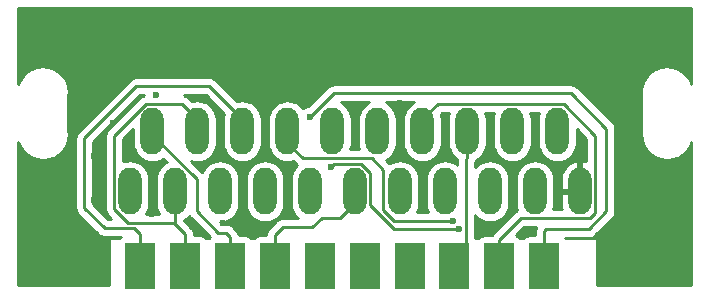
<source format=gtl>
G04 #@! TF.GenerationSoftware,KiCad,Pcbnew,(5.1.0)-1*
G04 #@! TF.CreationDate,2019-08-09T15:15:48-04:00*
G04 #@! TF.ProjectId,EUROSCART_2_JP21,4555524f-5343-4415-9254-5f325f4a5032,rev?*
G04 #@! TF.SameCoordinates,Original*
G04 #@! TF.FileFunction,Copper,L1,Top*
G04 #@! TF.FilePolarity,Positive*
%FSLAX46Y46*%
G04 Gerber Fmt 4.6, Leading zero omitted, Abs format (unit mm)*
G04 Created by KiCad (PCBNEW (5.1.0)-1) date 2019-08-09 15:15:48*
%MOMM*%
%LPD*%
G04 APERTURE LIST*
%ADD10R,2.500000X4.000000*%
%ADD11O,1.981200X3.962400*%
%ADD12C,0.600000*%
%ADD13C,0.250000*%
%ADD14C,0.254000*%
G04 APERTURE END LIST*
D10*
X115625000Y-91840501D03*
X119425000Y-91840501D03*
X123225000Y-91840501D03*
X127025000Y-91840501D03*
X130825000Y-91840501D03*
X134625000Y-91840501D03*
X138425000Y-91840501D03*
X142225000Y-91840501D03*
X146025000Y-91840501D03*
X149825000Y-91840501D03*
D11*
X114750000Y-85480000D03*
X116655000Y-80400000D03*
X118560000Y-85480000D03*
X120465000Y-80400000D03*
X122370000Y-85480000D03*
X124275000Y-80400000D03*
X126180000Y-85480000D03*
X128085000Y-80400000D03*
X129990000Y-85480000D03*
X131895000Y-80400000D03*
X133800000Y-85480000D03*
X135705000Y-80400000D03*
X137610000Y-85480000D03*
X139515000Y-80400000D03*
X141420000Y-85480000D03*
X143325000Y-80400000D03*
X145230000Y-85480000D03*
X147135000Y-80400000D03*
X149040000Y-85480000D03*
X150945000Y-80400000D03*
X152850000Y-85480000D03*
D12*
X142100000Y-88000000D03*
X142575000Y-88643721D03*
X131800000Y-83400000D03*
X130000000Y-79200000D03*
X160000000Y-70400000D03*
X157500000Y-70400000D03*
X155000000Y-70400000D03*
X152500000Y-70400000D03*
X150000000Y-70400000D03*
X147500000Y-70400000D03*
X145000000Y-70400000D03*
X142500000Y-70400000D03*
X140000000Y-70400000D03*
X137500000Y-70400000D03*
X135000000Y-70400000D03*
X132500000Y-70400000D03*
X130000000Y-70400000D03*
X127500000Y-70400000D03*
X125000000Y-70400000D03*
X122500000Y-70400000D03*
X120000000Y-70400000D03*
X117500000Y-70400000D03*
X115000000Y-70400000D03*
X112500000Y-70400000D03*
X110000000Y-70400000D03*
X107500000Y-70400000D03*
X155000000Y-92500000D03*
X160000000Y-72500000D03*
X107500000Y-72500000D03*
X107500000Y-92500000D03*
X110000000Y-92500000D03*
X111700000Y-86200000D03*
X111700000Y-82500000D03*
X113300000Y-79700000D03*
X117000000Y-77300000D03*
X126200000Y-76700000D03*
X130500000Y-77300000D03*
X124200000Y-88700000D03*
X122600000Y-88200000D03*
X120300000Y-88600000D03*
X116600000Y-87400000D03*
X116600000Y-84200000D03*
X137600000Y-78000000D03*
X133800000Y-79500000D03*
X148400000Y-88800000D03*
X139500000Y-85400000D03*
X147100000Y-85400000D03*
X106800000Y-84900000D03*
X106900000Y-87600000D03*
X106500000Y-90000000D03*
X156600000Y-92600000D03*
X160300000Y-89900000D03*
X160600000Y-87600000D03*
X160600000Y-84900000D03*
X161100000Y-92499998D03*
D13*
X143325000Y-82631200D02*
X143325000Y-80400000D01*
X143200000Y-82756200D02*
X143325000Y-82631200D01*
X143200000Y-90115501D02*
X143200000Y-82756200D01*
X142225000Y-91840501D02*
X142225000Y-91090501D01*
X142225000Y-91090501D02*
X143200000Y-90115501D01*
X129400610Y-82706210D02*
X135206210Y-82706210D01*
X136200000Y-87100000D02*
X137100000Y-88000000D01*
X128085000Y-81390600D02*
X129400610Y-82706210D01*
X137100000Y-88000000D02*
X141675736Y-88000000D01*
X141675736Y-88000000D02*
X142100000Y-88000000D01*
X136200000Y-83700000D02*
X136200000Y-87100000D01*
X135206210Y-82706210D02*
X136200000Y-83700000D01*
X128085000Y-80400000D02*
X128085000Y-81390600D01*
X139515000Y-79409400D02*
X139515000Y-80400000D01*
X140830610Y-78093790D02*
X139515000Y-79409400D01*
X151489943Y-78093790D02*
X140830610Y-78093790D01*
X154165610Y-80769457D02*
X151489943Y-78093790D01*
X154165610Y-87334390D02*
X154165610Y-80769457D01*
X147829291Y-87786210D02*
X153713790Y-87786210D01*
X146025000Y-89590501D02*
X147829291Y-87786210D01*
X153713790Y-87786210D02*
X154165610Y-87334390D01*
X146025000Y-91840501D02*
X146025000Y-89590501D01*
X132026210Y-83173790D02*
X131800000Y-83400000D01*
X134344943Y-83173790D02*
X132026210Y-83173790D01*
X135115610Y-83944457D02*
X134344943Y-83173790D01*
X135115610Y-86652020D02*
X135115610Y-83944457D01*
X142575000Y-88643721D02*
X137107311Y-88643721D01*
X137107311Y-88643721D02*
X135115610Y-86652020D01*
X149825000Y-88875000D02*
X149825000Y-91840501D01*
X152100000Y-77200000D02*
X155100000Y-80200000D01*
X133000000Y-77200000D02*
X152100000Y-77200000D01*
X155100000Y-80200000D02*
X155100000Y-87200000D01*
X155100000Y-87200000D02*
X153600000Y-88700000D01*
X153600000Y-88700000D02*
X150000000Y-88700000D01*
X150000000Y-88700000D02*
X149825000Y-88875000D01*
X133000000Y-77200000D02*
X132000000Y-77200000D01*
X132000000Y-77200000D02*
X130000000Y-79200000D01*
X124275000Y-79409400D02*
X121465600Y-76600000D01*
X124275000Y-80400000D02*
X124275000Y-79409400D01*
X121465600Y-76600000D02*
X115300000Y-76600000D01*
X115300000Y-76600000D02*
X110900000Y-81000000D01*
X110900000Y-81000000D02*
X110900000Y-86900000D01*
X110900000Y-86900000D02*
X112600000Y-88600000D01*
X112600000Y-88600000D02*
X115100000Y-88600000D01*
X115625000Y-89125000D02*
X115625000Y-91840501D01*
X115100000Y-88600000D02*
X115625000Y-89125000D01*
X114568837Y-88149990D02*
X118449990Y-88149990D01*
X120465000Y-79409400D02*
X119149390Y-78093790D01*
X120465000Y-80400000D02*
X120465000Y-79409400D01*
X119149390Y-78093790D02*
X116110057Y-78093790D01*
X116110057Y-78093790D02*
X113434390Y-80769457D01*
X113434390Y-80769457D02*
X113434390Y-87015543D01*
X113434390Y-87015543D02*
X114568837Y-88149990D01*
X119425000Y-89125000D02*
X119425000Y-91840501D01*
X118449990Y-88149990D02*
X119425000Y-89125000D01*
X118560000Y-85480000D02*
X118560000Y-86470600D01*
X118560000Y-88039980D02*
X118560000Y-85480000D01*
X118449990Y-88149990D02*
X118560000Y-88039980D01*
X123225000Y-89325000D02*
X123225000Y-91840501D01*
X116655000Y-80723847D02*
X120400000Y-84468847D01*
X116655000Y-80400000D02*
X116655000Y-80723847D01*
X120400000Y-84468847D02*
X120400000Y-87200000D01*
X120400000Y-87200000D02*
X122200000Y-89000000D01*
X122200000Y-89000000D02*
X122900000Y-89000000D01*
X122900000Y-89000000D02*
X123225000Y-89325000D01*
X133800000Y-86470600D02*
X133800000Y-85480000D01*
X132559400Y-87711200D02*
X133800000Y-86470600D01*
X130988800Y-87711200D02*
X132559400Y-87711200D01*
X127700000Y-88500000D02*
X130200000Y-88500000D01*
X130200000Y-88500000D02*
X130988800Y-87711200D01*
X127025000Y-89175000D02*
X127025000Y-91840501D01*
X127700000Y-88500000D02*
X127025000Y-89175000D01*
D14*
G36*
X162290001Y-76437191D02*
G01*
X162245868Y-76298068D01*
X162222290Y-76243058D01*
X162199508Y-76187783D01*
X162195125Y-76179677D01*
X162051836Y-75919034D01*
X162018048Y-75869687D01*
X161984936Y-75819850D01*
X161979062Y-75812749D01*
X161787876Y-75584904D01*
X161745146Y-75543060D01*
X161702987Y-75500605D01*
X161695846Y-75494781D01*
X161464045Y-75308408D01*
X161414031Y-75275680D01*
X161364398Y-75242202D01*
X161356261Y-75237876D01*
X161092675Y-75100077D01*
X161037219Y-75077672D01*
X160982068Y-75054488D01*
X160973246Y-75051825D01*
X160687915Y-74967847D01*
X160629175Y-74956642D01*
X160570558Y-74944609D01*
X160561386Y-74943710D01*
X160265178Y-74916753D01*
X160205361Y-74917171D01*
X160145544Y-74916753D01*
X160136372Y-74917653D01*
X159840569Y-74948742D01*
X159781972Y-74960771D01*
X159723210Y-74971980D01*
X159714388Y-74974644D01*
X159430257Y-75062598D01*
X159375139Y-75085768D01*
X159319650Y-75108186D01*
X159311514Y-75112513D01*
X159049878Y-75253979D01*
X159000311Y-75287412D01*
X158950232Y-75320183D01*
X158943091Y-75326008D01*
X158713915Y-75515597D01*
X158671774Y-75558034D01*
X158629024Y-75599897D01*
X158623150Y-75606998D01*
X158435164Y-75837492D01*
X158402049Y-75887334D01*
X158368265Y-75936674D01*
X158363882Y-75944781D01*
X158224246Y-76207399D01*
X158201458Y-76262687D01*
X158177886Y-76317683D01*
X158175162Y-76326487D01*
X158089193Y-76611225D01*
X158077570Y-76669925D01*
X158065137Y-76728419D01*
X158064174Y-76737584D01*
X158035150Y-77033596D01*
X158035150Y-77162406D01*
X158055801Y-77266697D01*
X158055800Y-80487952D01*
X158045478Y-80521300D01*
X158036932Y-80602622D01*
X158035299Y-80610870D01*
X158035299Y-80618164D01*
X158032016Y-80649404D01*
X158032016Y-80658620D01*
X158032165Y-80679898D01*
X158035298Y-80709700D01*
X158035298Y-80739680D01*
X158036262Y-80748844D01*
X158069416Y-81044424D01*
X158081853Y-81102936D01*
X158093471Y-81161614D01*
X158096196Y-81170413D01*
X158096197Y-81170419D01*
X158096199Y-81170425D01*
X158186130Y-81453928D01*
X158209691Y-81508899D01*
X158232491Y-81564217D01*
X158236874Y-81572323D01*
X158380163Y-81832965D01*
X158413947Y-81882305D01*
X158447062Y-81932147D01*
X158452936Y-81939247D01*
X158644122Y-82167094D01*
X158686853Y-82208939D01*
X158729013Y-82251395D01*
X158736155Y-82257219D01*
X158967956Y-82443591D01*
X159017968Y-82476318D01*
X159067600Y-82509795D01*
X159075737Y-82514121D01*
X159339323Y-82651921D01*
X159394783Y-82674328D01*
X159449931Y-82697511D01*
X159458753Y-82700174D01*
X159744083Y-82784152D01*
X159802837Y-82795360D01*
X159861441Y-82807390D01*
X159870613Y-82808289D01*
X160166820Y-82835246D01*
X160226638Y-82834828D01*
X160286455Y-82835246D01*
X160295626Y-82834347D01*
X160591430Y-82803257D01*
X160650017Y-82791230D01*
X160708787Y-82780020D01*
X160717609Y-82777356D01*
X161001740Y-82689403D01*
X161056883Y-82666223D01*
X161112348Y-82643814D01*
X161120485Y-82639487D01*
X161382121Y-82498021D01*
X161431705Y-82464576D01*
X161481768Y-82431816D01*
X161488909Y-82425992D01*
X161718085Y-82236401D01*
X161760224Y-82193966D01*
X161802974Y-82152103D01*
X161808848Y-82145002D01*
X161996834Y-81914509D01*
X162029938Y-81864682D01*
X162063733Y-81815327D01*
X162068116Y-81807221D01*
X162207753Y-81544603D01*
X162230560Y-81489269D01*
X162254114Y-81434314D01*
X162256838Y-81425515D01*
X162256840Y-81425509D01*
X162290001Y-81315674D01*
X162290000Y-93390000D01*
X154327000Y-93390000D01*
X154327000Y-89600000D01*
X154324560Y-89575224D01*
X154317333Y-89551399D01*
X154305597Y-89529443D01*
X154289803Y-89510197D01*
X154270557Y-89494403D01*
X154248601Y-89482667D01*
X154224776Y-89475440D01*
X154200000Y-89473000D01*
X151594862Y-89473000D01*
X151584194Y-89460000D01*
X153562678Y-89460000D01*
X153600000Y-89463676D01*
X153637322Y-89460000D01*
X153637333Y-89460000D01*
X153748986Y-89449003D01*
X153892247Y-89405546D01*
X154024276Y-89334974D01*
X154140001Y-89240001D01*
X154163804Y-89210997D01*
X155611003Y-87763799D01*
X155640001Y-87740001D01*
X155734974Y-87624276D01*
X155805546Y-87492247D01*
X155849003Y-87348986D01*
X155860000Y-87237333D01*
X155860000Y-87237324D01*
X155863676Y-87200001D01*
X155860000Y-87162678D01*
X155860000Y-80237325D01*
X155863676Y-80200000D01*
X155860000Y-80162675D01*
X155860000Y-80162667D01*
X155849003Y-80051014D01*
X155805546Y-79907753D01*
X155734974Y-79775724D01*
X155640001Y-79659999D01*
X155611004Y-79636202D01*
X152663804Y-76689003D01*
X152640001Y-76659999D01*
X152524276Y-76565026D01*
X152392247Y-76494454D01*
X152248986Y-76450997D01*
X152137333Y-76440000D01*
X152137322Y-76440000D01*
X152100000Y-76436324D01*
X152062678Y-76440000D01*
X132037322Y-76440000D01*
X131999999Y-76436324D01*
X131962676Y-76440000D01*
X131962667Y-76440000D01*
X131851014Y-76450997D01*
X131742117Y-76484030D01*
X131707753Y-76494454D01*
X131575723Y-76565026D01*
X131519430Y-76611225D01*
X131459999Y-76659999D01*
X131436201Y-76688997D01*
X129848352Y-78276847D01*
X129727271Y-78300932D01*
X129557111Y-78371414D01*
X129414368Y-78466792D01*
X129240034Y-78254366D01*
X128992505Y-78051223D01*
X128710100Y-77900275D01*
X128403673Y-77807322D01*
X128085000Y-77775935D01*
X127766328Y-77807322D01*
X127459901Y-77900275D01*
X127177496Y-78051223D01*
X126929967Y-78254366D01*
X126726824Y-78501895D01*
X126575876Y-78784300D01*
X126482923Y-79090727D01*
X126459401Y-79329546D01*
X126459400Y-81470453D01*
X126482922Y-81709272D01*
X126575875Y-82015699D01*
X126726823Y-82298104D01*
X126929966Y-82545634D01*
X127177495Y-82748777D01*
X127459900Y-82899725D01*
X127766327Y-82992678D01*
X128085000Y-83024065D01*
X128403672Y-82992678D01*
X128563725Y-82944127D01*
X128836810Y-83217212D01*
X128860609Y-83246211D01*
X128901496Y-83279766D01*
X128834967Y-83334366D01*
X128631824Y-83581895D01*
X128480876Y-83864300D01*
X128387923Y-84170727D01*
X128364401Y-84409546D01*
X128364400Y-86550453D01*
X128387922Y-86789272D01*
X128480875Y-87095699D01*
X128631823Y-87378104D01*
X128834966Y-87625634D01*
X128974321Y-87740000D01*
X127737322Y-87740000D01*
X127699999Y-87736324D01*
X127662676Y-87740000D01*
X127662667Y-87740000D01*
X127551014Y-87750997D01*
X127407753Y-87794454D01*
X127275723Y-87865026D01*
X127239544Y-87894718D01*
X127159999Y-87959999D01*
X127136200Y-87988998D01*
X126514002Y-88611197D01*
X126484999Y-88634999D01*
X126439869Y-88689991D01*
X126390026Y-88750724D01*
X126323599Y-88875000D01*
X126319454Y-88882754D01*
X126275997Y-89026015D01*
X126265000Y-89137668D01*
X126265000Y-89137678D01*
X126261324Y-89175000D01*
X126264026Y-89202429D01*
X125775000Y-89202429D01*
X125650518Y-89214689D01*
X125530820Y-89250999D01*
X125420506Y-89309964D01*
X125323815Y-89389316D01*
X125255138Y-89473000D01*
X124994862Y-89473000D01*
X124926185Y-89389316D01*
X124829494Y-89309964D01*
X124719180Y-89250999D01*
X124599482Y-89214689D01*
X124475000Y-89202429D01*
X123976605Y-89202429D01*
X123974003Y-89176014D01*
X123930546Y-89032753D01*
X123859974Y-88900724D01*
X123765001Y-88784999D01*
X123736003Y-88761201D01*
X123463803Y-88489002D01*
X123440001Y-88459999D01*
X123324276Y-88365026D01*
X123192247Y-88294454D01*
X123048986Y-88250997D01*
X122937333Y-88240000D01*
X122937322Y-88240000D01*
X122900000Y-88236324D01*
X122862678Y-88240000D01*
X122514803Y-88240000D01*
X122378072Y-88103270D01*
X122688672Y-88072678D01*
X122995099Y-87979725D01*
X123277504Y-87828777D01*
X123525034Y-87625634D01*
X123728177Y-87378105D01*
X123879125Y-87095700D01*
X123972078Y-86789273D01*
X123995600Y-86550454D01*
X123995600Y-86550453D01*
X124554400Y-86550453D01*
X124577922Y-86789272D01*
X124670875Y-87095699D01*
X124821823Y-87378104D01*
X125024966Y-87625634D01*
X125272495Y-87828777D01*
X125554900Y-87979725D01*
X125861327Y-88072678D01*
X126180000Y-88104065D01*
X126498672Y-88072678D01*
X126805099Y-87979725D01*
X127087504Y-87828777D01*
X127335034Y-87625634D01*
X127538177Y-87378105D01*
X127689125Y-87095700D01*
X127782078Y-86789273D01*
X127805600Y-86550454D01*
X127805600Y-84409546D01*
X127782078Y-84170727D01*
X127689125Y-83864300D01*
X127538177Y-83581895D01*
X127335034Y-83334366D01*
X127087505Y-83131223D01*
X126805100Y-82980275D01*
X126498673Y-82887322D01*
X126180000Y-82855935D01*
X125861328Y-82887322D01*
X125554901Y-82980275D01*
X125272496Y-83131223D01*
X125024967Y-83334366D01*
X124821824Y-83581895D01*
X124670876Y-83864300D01*
X124577923Y-84170727D01*
X124554401Y-84409546D01*
X124554400Y-86550453D01*
X123995600Y-86550453D01*
X123995600Y-84409546D01*
X123972078Y-84170727D01*
X123879125Y-83864300D01*
X123728177Y-83581895D01*
X123525034Y-83334366D01*
X123277505Y-83131223D01*
X122995100Y-82980275D01*
X122688673Y-82887322D01*
X122370000Y-82855935D01*
X122051328Y-82887322D01*
X121744901Y-82980275D01*
X121462496Y-83131223D01*
X121214967Y-83334366D01*
X121011824Y-83581895D01*
X120864143Y-83858188D01*
X119934322Y-82928367D01*
X120146327Y-82992678D01*
X120465000Y-83024065D01*
X120783672Y-82992678D01*
X121090099Y-82899725D01*
X121372504Y-82748777D01*
X121620034Y-82545634D01*
X121823177Y-82298105D01*
X121974125Y-82015700D01*
X122067078Y-81709273D01*
X122090600Y-81470454D01*
X122090600Y-79329546D01*
X122067078Y-79090727D01*
X121974125Y-78784300D01*
X121823177Y-78501895D01*
X121620034Y-78254366D01*
X121372505Y-78051223D01*
X121090100Y-77900275D01*
X120783673Y-77807322D01*
X120465000Y-77775935D01*
X120146328Y-77807322D01*
X119986275Y-77855873D01*
X119713194Y-77582793D01*
X119689391Y-77553789D01*
X119573666Y-77458816D01*
X119441637Y-77388244D01*
X119348527Y-77360000D01*
X121150799Y-77360000D01*
X122721474Y-78930675D01*
X122672923Y-79090727D01*
X122649401Y-79329546D01*
X122649400Y-81470453D01*
X122672922Y-81709272D01*
X122765875Y-82015699D01*
X122916823Y-82298104D01*
X123119966Y-82545634D01*
X123367495Y-82748777D01*
X123649900Y-82899725D01*
X123956327Y-82992678D01*
X124275000Y-83024065D01*
X124593672Y-82992678D01*
X124900099Y-82899725D01*
X125182504Y-82748777D01*
X125430034Y-82545634D01*
X125633177Y-82298105D01*
X125784125Y-82015700D01*
X125877078Y-81709273D01*
X125900600Y-81470454D01*
X125900600Y-79329546D01*
X125877078Y-79090727D01*
X125784125Y-78784300D01*
X125633177Y-78501895D01*
X125430034Y-78254366D01*
X125182505Y-78051223D01*
X124900100Y-77900275D01*
X124593673Y-77807322D01*
X124275000Y-77775935D01*
X123956328Y-77807322D01*
X123796275Y-77855873D01*
X122029404Y-76089003D01*
X122005601Y-76059999D01*
X121889876Y-75965026D01*
X121757847Y-75894454D01*
X121614586Y-75850997D01*
X121502933Y-75840000D01*
X121502922Y-75840000D01*
X121465600Y-75836324D01*
X121428278Y-75840000D01*
X115337325Y-75840000D01*
X115300000Y-75836324D01*
X115262675Y-75840000D01*
X115262667Y-75840000D01*
X115151014Y-75850997D01*
X115007753Y-75894454D01*
X114875724Y-75965026D01*
X114759999Y-76059999D01*
X114736201Y-76088997D01*
X110389003Y-80436196D01*
X110359999Y-80459999D01*
X110333535Y-80492246D01*
X110265026Y-80575724D01*
X110206483Y-80685249D01*
X110194454Y-80707754D01*
X110150997Y-80851015D01*
X110140000Y-80962668D01*
X110140000Y-80962678D01*
X110136324Y-81000000D01*
X110140000Y-81037323D01*
X110140001Y-86862668D01*
X110136324Y-86900000D01*
X110140001Y-86937333D01*
X110150998Y-87048986D01*
X110152178Y-87052876D01*
X110194454Y-87192246D01*
X110265026Y-87324276D01*
X110330432Y-87403972D01*
X110360000Y-87440001D01*
X110388998Y-87463799D01*
X112036200Y-89111002D01*
X112059999Y-89140001D01*
X112088997Y-89163799D01*
X112175723Y-89234974D01*
X112294111Y-89298254D01*
X112307753Y-89305546D01*
X112451014Y-89349003D01*
X112562667Y-89360000D01*
X112562676Y-89360000D01*
X112599999Y-89363676D01*
X112637322Y-89360000D01*
X113959537Y-89360000D01*
X113923815Y-89389316D01*
X113855138Y-89473000D01*
X113100000Y-89473000D01*
X113075224Y-89475440D01*
X113051399Y-89482667D01*
X113029443Y-89494403D01*
X113010197Y-89510197D01*
X112994403Y-89529443D01*
X112982667Y-89551399D01*
X112975440Y-89575224D01*
X112973000Y-89600000D01*
X112973000Y-93390000D01*
X105310000Y-93390000D01*
X105310000Y-81314810D01*
X105354130Y-81453928D01*
X105377691Y-81508899D01*
X105400491Y-81564217D01*
X105404874Y-81572323D01*
X105548163Y-81832965D01*
X105581947Y-81882305D01*
X105615062Y-81932147D01*
X105620936Y-81939247D01*
X105812122Y-82167094D01*
X105854853Y-82208939D01*
X105897013Y-82251395D01*
X105904155Y-82257219D01*
X106135956Y-82443591D01*
X106185968Y-82476318D01*
X106235600Y-82509795D01*
X106243737Y-82514121D01*
X106507323Y-82651921D01*
X106562783Y-82674328D01*
X106617931Y-82697511D01*
X106626753Y-82700174D01*
X106912083Y-82784152D01*
X106970837Y-82795360D01*
X107029441Y-82807390D01*
X107038613Y-82808289D01*
X107334820Y-82835246D01*
X107394638Y-82834828D01*
X107454455Y-82835246D01*
X107463626Y-82834347D01*
X107759430Y-82803257D01*
X107818017Y-82791230D01*
X107876787Y-82780020D01*
X107885609Y-82777356D01*
X108169740Y-82689403D01*
X108224883Y-82666223D01*
X108280348Y-82643814D01*
X108288485Y-82639487D01*
X108550121Y-82498021D01*
X108599705Y-82464576D01*
X108649768Y-82431816D01*
X108656909Y-82425992D01*
X108886085Y-82236401D01*
X108928224Y-82193966D01*
X108970974Y-82152103D01*
X108976848Y-82145002D01*
X109164834Y-81914509D01*
X109197938Y-81864682D01*
X109231733Y-81815327D01*
X109236116Y-81807221D01*
X109375753Y-81544603D01*
X109398560Y-81489269D01*
X109422114Y-81434314D01*
X109424838Y-81425515D01*
X109424840Y-81425509D01*
X109510806Y-81140773D01*
X109522422Y-81082108D01*
X109534862Y-81023584D01*
X109535825Y-81014419D01*
X109564850Y-80718406D01*
X109564850Y-80589596D01*
X109544200Y-80485305D01*
X109544200Y-77264047D01*
X109554522Y-77230699D01*
X109563068Y-77149377D01*
X109564701Y-77141129D01*
X109564701Y-77133835D01*
X109567984Y-77102594D01*
X109567984Y-77093379D01*
X109567835Y-77072100D01*
X109564702Y-77042298D01*
X109564702Y-77012319D01*
X109563738Y-77003154D01*
X109530584Y-76707575D01*
X109518151Y-76649081D01*
X109506528Y-76590381D01*
X109503803Y-76581578D01*
X109413868Y-76298068D01*
X109390290Y-76243058D01*
X109367508Y-76187783D01*
X109363125Y-76179677D01*
X109219836Y-75919034D01*
X109186048Y-75869687D01*
X109152936Y-75819850D01*
X109147062Y-75812749D01*
X108955876Y-75584904D01*
X108913146Y-75543060D01*
X108870987Y-75500605D01*
X108863846Y-75494781D01*
X108632045Y-75308408D01*
X108582031Y-75275680D01*
X108532398Y-75242202D01*
X108524261Y-75237876D01*
X108260675Y-75100077D01*
X108205219Y-75077672D01*
X108150068Y-75054488D01*
X108141246Y-75051825D01*
X107855915Y-74967847D01*
X107797175Y-74956642D01*
X107738558Y-74944609D01*
X107729386Y-74943710D01*
X107433178Y-74916753D01*
X107373361Y-74917171D01*
X107313544Y-74916753D01*
X107304372Y-74917653D01*
X107008569Y-74948742D01*
X106949972Y-74960771D01*
X106891210Y-74971980D01*
X106882388Y-74974644D01*
X106598257Y-75062598D01*
X106543139Y-75085768D01*
X106487650Y-75108186D01*
X106479514Y-75112513D01*
X106217878Y-75253979D01*
X106168311Y-75287412D01*
X106118232Y-75320183D01*
X106111091Y-75326008D01*
X105881915Y-75515597D01*
X105839774Y-75558034D01*
X105797024Y-75599897D01*
X105791150Y-75606998D01*
X105603164Y-75837492D01*
X105570049Y-75887334D01*
X105536265Y-75936674D01*
X105531882Y-75944781D01*
X105392246Y-76207399D01*
X105369458Y-76262687D01*
X105345886Y-76317683D01*
X105343162Y-76326487D01*
X105310000Y-76436323D01*
X105310000Y-70010000D01*
X162290001Y-70010000D01*
X162290001Y-76437191D01*
X162290001Y-76437191D01*
G37*
X162290001Y-76437191D02*
X162245868Y-76298068D01*
X162222290Y-76243058D01*
X162199508Y-76187783D01*
X162195125Y-76179677D01*
X162051836Y-75919034D01*
X162018048Y-75869687D01*
X161984936Y-75819850D01*
X161979062Y-75812749D01*
X161787876Y-75584904D01*
X161745146Y-75543060D01*
X161702987Y-75500605D01*
X161695846Y-75494781D01*
X161464045Y-75308408D01*
X161414031Y-75275680D01*
X161364398Y-75242202D01*
X161356261Y-75237876D01*
X161092675Y-75100077D01*
X161037219Y-75077672D01*
X160982068Y-75054488D01*
X160973246Y-75051825D01*
X160687915Y-74967847D01*
X160629175Y-74956642D01*
X160570558Y-74944609D01*
X160561386Y-74943710D01*
X160265178Y-74916753D01*
X160205361Y-74917171D01*
X160145544Y-74916753D01*
X160136372Y-74917653D01*
X159840569Y-74948742D01*
X159781972Y-74960771D01*
X159723210Y-74971980D01*
X159714388Y-74974644D01*
X159430257Y-75062598D01*
X159375139Y-75085768D01*
X159319650Y-75108186D01*
X159311514Y-75112513D01*
X159049878Y-75253979D01*
X159000311Y-75287412D01*
X158950232Y-75320183D01*
X158943091Y-75326008D01*
X158713915Y-75515597D01*
X158671774Y-75558034D01*
X158629024Y-75599897D01*
X158623150Y-75606998D01*
X158435164Y-75837492D01*
X158402049Y-75887334D01*
X158368265Y-75936674D01*
X158363882Y-75944781D01*
X158224246Y-76207399D01*
X158201458Y-76262687D01*
X158177886Y-76317683D01*
X158175162Y-76326487D01*
X158089193Y-76611225D01*
X158077570Y-76669925D01*
X158065137Y-76728419D01*
X158064174Y-76737584D01*
X158035150Y-77033596D01*
X158035150Y-77162406D01*
X158055801Y-77266697D01*
X158055800Y-80487952D01*
X158045478Y-80521300D01*
X158036932Y-80602622D01*
X158035299Y-80610870D01*
X158035299Y-80618164D01*
X158032016Y-80649404D01*
X158032016Y-80658620D01*
X158032165Y-80679898D01*
X158035298Y-80709700D01*
X158035298Y-80739680D01*
X158036262Y-80748844D01*
X158069416Y-81044424D01*
X158081853Y-81102936D01*
X158093471Y-81161614D01*
X158096196Y-81170413D01*
X158096197Y-81170419D01*
X158096199Y-81170425D01*
X158186130Y-81453928D01*
X158209691Y-81508899D01*
X158232491Y-81564217D01*
X158236874Y-81572323D01*
X158380163Y-81832965D01*
X158413947Y-81882305D01*
X158447062Y-81932147D01*
X158452936Y-81939247D01*
X158644122Y-82167094D01*
X158686853Y-82208939D01*
X158729013Y-82251395D01*
X158736155Y-82257219D01*
X158967956Y-82443591D01*
X159017968Y-82476318D01*
X159067600Y-82509795D01*
X159075737Y-82514121D01*
X159339323Y-82651921D01*
X159394783Y-82674328D01*
X159449931Y-82697511D01*
X159458753Y-82700174D01*
X159744083Y-82784152D01*
X159802837Y-82795360D01*
X159861441Y-82807390D01*
X159870613Y-82808289D01*
X160166820Y-82835246D01*
X160226638Y-82834828D01*
X160286455Y-82835246D01*
X160295626Y-82834347D01*
X160591430Y-82803257D01*
X160650017Y-82791230D01*
X160708787Y-82780020D01*
X160717609Y-82777356D01*
X161001740Y-82689403D01*
X161056883Y-82666223D01*
X161112348Y-82643814D01*
X161120485Y-82639487D01*
X161382121Y-82498021D01*
X161431705Y-82464576D01*
X161481768Y-82431816D01*
X161488909Y-82425992D01*
X161718085Y-82236401D01*
X161760224Y-82193966D01*
X161802974Y-82152103D01*
X161808848Y-82145002D01*
X161996834Y-81914509D01*
X162029938Y-81864682D01*
X162063733Y-81815327D01*
X162068116Y-81807221D01*
X162207753Y-81544603D01*
X162230560Y-81489269D01*
X162254114Y-81434314D01*
X162256838Y-81425515D01*
X162256840Y-81425509D01*
X162290001Y-81315674D01*
X162290000Y-93390000D01*
X154327000Y-93390000D01*
X154327000Y-89600000D01*
X154324560Y-89575224D01*
X154317333Y-89551399D01*
X154305597Y-89529443D01*
X154289803Y-89510197D01*
X154270557Y-89494403D01*
X154248601Y-89482667D01*
X154224776Y-89475440D01*
X154200000Y-89473000D01*
X151594862Y-89473000D01*
X151584194Y-89460000D01*
X153562678Y-89460000D01*
X153600000Y-89463676D01*
X153637322Y-89460000D01*
X153637333Y-89460000D01*
X153748986Y-89449003D01*
X153892247Y-89405546D01*
X154024276Y-89334974D01*
X154140001Y-89240001D01*
X154163804Y-89210997D01*
X155611003Y-87763799D01*
X155640001Y-87740001D01*
X155734974Y-87624276D01*
X155805546Y-87492247D01*
X155849003Y-87348986D01*
X155860000Y-87237333D01*
X155860000Y-87237324D01*
X155863676Y-87200001D01*
X155860000Y-87162678D01*
X155860000Y-80237325D01*
X155863676Y-80200000D01*
X155860000Y-80162675D01*
X155860000Y-80162667D01*
X155849003Y-80051014D01*
X155805546Y-79907753D01*
X155734974Y-79775724D01*
X155640001Y-79659999D01*
X155611004Y-79636202D01*
X152663804Y-76689003D01*
X152640001Y-76659999D01*
X152524276Y-76565026D01*
X152392247Y-76494454D01*
X152248986Y-76450997D01*
X152137333Y-76440000D01*
X152137322Y-76440000D01*
X152100000Y-76436324D01*
X152062678Y-76440000D01*
X132037322Y-76440000D01*
X131999999Y-76436324D01*
X131962676Y-76440000D01*
X131962667Y-76440000D01*
X131851014Y-76450997D01*
X131742117Y-76484030D01*
X131707753Y-76494454D01*
X131575723Y-76565026D01*
X131519430Y-76611225D01*
X131459999Y-76659999D01*
X131436201Y-76688997D01*
X129848352Y-78276847D01*
X129727271Y-78300932D01*
X129557111Y-78371414D01*
X129414368Y-78466792D01*
X129240034Y-78254366D01*
X128992505Y-78051223D01*
X128710100Y-77900275D01*
X128403673Y-77807322D01*
X128085000Y-77775935D01*
X127766328Y-77807322D01*
X127459901Y-77900275D01*
X127177496Y-78051223D01*
X126929967Y-78254366D01*
X126726824Y-78501895D01*
X126575876Y-78784300D01*
X126482923Y-79090727D01*
X126459401Y-79329546D01*
X126459400Y-81470453D01*
X126482922Y-81709272D01*
X126575875Y-82015699D01*
X126726823Y-82298104D01*
X126929966Y-82545634D01*
X127177495Y-82748777D01*
X127459900Y-82899725D01*
X127766327Y-82992678D01*
X128085000Y-83024065D01*
X128403672Y-82992678D01*
X128563725Y-82944127D01*
X128836810Y-83217212D01*
X128860609Y-83246211D01*
X128901496Y-83279766D01*
X128834967Y-83334366D01*
X128631824Y-83581895D01*
X128480876Y-83864300D01*
X128387923Y-84170727D01*
X128364401Y-84409546D01*
X128364400Y-86550453D01*
X128387922Y-86789272D01*
X128480875Y-87095699D01*
X128631823Y-87378104D01*
X128834966Y-87625634D01*
X128974321Y-87740000D01*
X127737322Y-87740000D01*
X127699999Y-87736324D01*
X127662676Y-87740000D01*
X127662667Y-87740000D01*
X127551014Y-87750997D01*
X127407753Y-87794454D01*
X127275723Y-87865026D01*
X127239544Y-87894718D01*
X127159999Y-87959999D01*
X127136200Y-87988998D01*
X126514002Y-88611197D01*
X126484999Y-88634999D01*
X126439869Y-88689991D01*
X126390026Y-88750724D01*
X126323599Y-88875000D01*
X126319454Y-88882754D01*
X126275997Y-89026015D01*
X126265000Y-89137668D01*
X126265000Y-89137678D01*
X126261324Y-89175000D01*
X126264026Y-89202429D01*
X125775000Y-89202429D01*
X125650518Y-89214689D01*
X125530820Y-89250999D01*
X125420506Y-89309964D01*
X125323815Y-89389316D01*
X125255138Y-89473000D01*
X124994862Y-89473000D01*
X124926185Y-89389316D01*
X124829494Y-89309964D01*
X124719180Y-89250999D01*
X124599482Y-89214689D01*
X124475000Y-89202429D01*
X123976605Y-89202429D01*
X123974003Y-89176014D01*
X123930546Y-89032753D01*
X123859974Y-88900724D01*
X123765001Y-88784999D01*
X123736003Y-88761201D01*
X123463803Y-88489002D01*
X123440001Y-88459999D01*
X123324276Y-88365026D01*
X123192247Y-88294454D01*
X123048986Y-88250997D01*
X122937333Y-88240000D01*
X122937322Y-88240000D01*
X122900000Y-88236324D01*
X122862678Y-88240000D01*
X122514803Y-88240000D01*
X122378072Y-88103270D01*
X122688672Y-88072678D01*
X122995099Y-87979725D01*
X123277504Y-87828777D01*
X123525034Y-87625634D01*
X123728177Y-87378105D01*
X123879125Y-87095700D01*
X123972078Y-86789273D01*
X123995600Y-86550454D01*
X123995600Y-86550453D01*
X124554400Y-86550453D01*
X124577922Y-86789272D01*
X124670875Y-87095699D01*
X124821823Y-87378104D01*
X125024966Y-87625634D01*
X125272495Y-87828777D01*
X125554900Y-87979725D01*
X125861327Y-88072678D01*
X126180000Y-88104065D01*
X126498672Y-88072678D01*
X126805099Y-87979725D01*
X127087504Y-87828777D01*
X127335034Y-87625634D01*
X127538177Y-87378105D01*
X127689125Y-87095700D01*
X127782078Y-86789273D01*
X127805600Y-86550454D01*
X127805600Y-84409546D01*
X127782078Y-84170727D01*
X127689125Y-83864300D01*
X127538177Y-83581895D01*
X127335034Y-83334366D01*
X127087505Y-83131223D01*
X126805100Y-82980275D01*
X126498673Y-82887322D01*
X126180000Y-82855935D01*
X125861328Y-82887322D01*
X125554901Y-82980275D01*
X125272496Y-83131223D01*
X125024967Y-83334366D01*
X124821824Y-83581895D01*
X124670876Y-83864300D01*
X124577923Y-84170727D01*
X124554401Y-84409546D01*
X124554400Y-86550453D01*
X123995600Y-86550453D01*
X123995600Y-84409546D01*
X123972078Y-84170727D01*
X123879125Y-83864300D01*
X123728177Y-83581895D01*
X123525034Y-83334366D01*
X123277505Y-83131223D01*
X122995100Y-82980275D01*
X122688673Y-82887322D01*
X122370000Y-82855935D01*
X122051328Y-82887322D01*
X121744901Y-82980275D01*
X121462496Y-83131223D01*
X121214967Y-83334366D01*
X121011824Y-83581895D01*
X120864143Y-83858188D01*
X119934322Y-82928367D01*
X120146327Y-82992678D01*
X120465000Y-83024065D01*
X120783672Y-82992678D01*
X121090099Y-82899725D01*
X121372504Y-82748777D01*
X121620034Y-82545634D01*
X121823177Y-82298105D01*
X121974125Y-82015700D01*
X122067078Y-81709273D01*
X122090600Y-81470454D01*
X122090600Y-79329546D01*
X122067078Y-79090727D01*
X121974125Y-78784300D01*
X121823177Y-78501895D01*
X121620034Y-78254366D01*
X121372505Y-78051223D01*
X121090100Y-77900275D01*
X120783673Y-77807322D01*
X120465000Y-77775935D01*
X120146328Y-77807322D01*
X119986275Y-77855873D01*
X119713194Y-77582793D01*
X119689391Y-77553789D01*
X119573666Y-77458816D01*
X119441637Y-77388244D01*
X119348527Y-77360000D01*
X121150799Y-77360000D01*
X122721474Y-78930675D01*
X122672923Y-79090727D01*
X122649401Y-79329546D01*
X122649400Y-81470453D01*
X122672922Y-81709272D01*
X122765875Y-82015699D01*
X122916823Y-82298104D01*
X123119966Y-82545634D01*
X123367495Y-82748777D01*
X123649900Y-82899725D01*
X123956327Y-82992678D01*
X124275000Y-83024065D01*
X124593672Y-82992678D01*
X124900099Y-82899725D01*
X125182504Y-82748777D01*
X125430034Y-82545634D01*
X125633177Y-82298105D01*
X125784125Y-82015700D01*
X125877078Y-81709273D01*
X125900600Y-81470454D01*
X125900600Y-79329546D01*
X125877078Y-79090727D01*
X125784125Y-78784300D01*
X125633177Y-78501895D01*
X125430034Y-78254366D01*
X125182505Y-78051223D01*
X124900100Y-77900275D01*
X124593673Y-77807322D01*
X124275000Y-77775935D01*
X123956328Y-77807322D01*
X123796275Y-77855873D01*
X122029404Y-76089003D01*
X122005601Y-76059999D01*
X121889876Y-75965026D01*
X121757847Y-75894454D01*
X121614586Y-75850997D01*
X121502933Y-75840000D01*
X121502922Y-75840000D01*
X121465600Y-75836324D01*
X121428278Y-75840000D01*
X115337325Y-75840000D01*
X115300000Y-75836324D01*
X115262675Y-75840000D01*
X115262667Y-75840000D01*
X115151014Y-75850997D01*
X115007753Y-75894454D01*
X114875724Y-75965026D01*
X114759999Y-76059999D01*
X114736201Y-76088997D01*
X110389003Y-80436196D01*
X110359999Y-80459999D01*
X110333535Y-80492246D01*
X110265026Y-80575724D01*
X110206483Y-80685249D01*
X110194454Y-80707754D01*
X110150997Y-80851015D01*
X110140000Y-80962668D01*
X110140000Y-80962678D01*
X110136324Y-81000000D01*
X110140000Y-81037323D01*
X110140001Y-86862668D01*
X110136324Y-86900000D01*
X110140001Y-86937333D01*
X110150998Y-87048986D01*
X110152178Y-87052876D01*
X110194454Y-87192246D01*
X110265026Y-87324276D01*
X110330432Y-87403972D01*
X110360000Y-87440001D01*
X110388998Y-87463799D01*
X112036200Y-89111002D01*
X112059999Y-89140001D01*
X112088997Y-89163799D01*
X112175723Y-89234974D01*
X112294111Y-89298254D01*
X112307753Y-89305546D01*
X112451014Y-89349003D01*
X112562667Y-89360000D01*
X112562676Y-89360000D01*
X112599999Y-89363676D01*
X112637322Y-89360000D01*
X113959537Y-89360000D01*
X113923815Y-89389316D01*
X113855138Y-89473000D01*
X113100000Y-89473000D01*
X113075224Y-89475440D01*
X113051399Y-89482667D01*
X113029443Y-89494403D01*
X113010197Y-89510197D01*
X112994403Y-89529443D01*
X112982667Y-89551399D01*
X112975440Y-89575224D01*
X112973000Y-89600000D01*
X112973000Y-93390000D01*
X105310000Y-93390000D01*
X105310000Y-81314810D01*
X105354130Y-81453928D01*
X105377691Y-81508899D01*
X105400491Y-81564217D01*
X105404874Y-81572323D01*
X105548163Y-81832965D01*
X105581947Y-81882305D01*
X105615062Y-81932147D01*
X105620936Y-81939247D01*
X105812122Y-82167094D01*
X105854853Y-82208939D01*
X105897013Y-82251395D01*
X105904155Y-82257219D01*
X106135956Y-82443591D01*
X106185968Y-82476318D01*
X106235600Y-82509795D01*
X106243737Y-82514121D01*
X106507323Y-82651921D01*
X106562783Y-82674328D01*
X106617931Y-82697511D01*
X106626753Y-82700174D01*
X106912083Y-82784152D01*
X106970837Y-82795360D01*
X107029441Y-82807390D01*
X107038613Y-82808289D01*
X107334820Y-82835246D01*
X107394638Y-82834828D01*
X107454455Y-82835246D01*
X107463626Y-82834347D01*
X107759430Y-82803257D01*
X107818017Y-82791230D01*
X107876787Y-82780020D01*
X107885609Y-82777356D01*
X108169740Y-82689403D01*
X108224883Y-82666223D01*
X108280348Y-82643814D01*
X108288485Y-82639487D01*
X108550121Y-82498021D01*
X108599705Y-82464576D01*
X108649768Y-82431816D01*
X108656909Y-82425992D01*
X108886085Y-82236401D01*
X108928224Y-82193966D01*
X108970974Y-82152103D01*
X108976848Y-82145002D01*
X109164834Y-81914509D01*
X109197938Y-81864682D01*
X109231733Y-81815327D01*
X109236116Y-81807221D01*
X109375753Y-81544603D01*
X109398560Y-81489269D01*
X109422114Y-81434314D01*
X109424838Y-81425515D01*
X109424840Y-81425509D01*
X109510806Y-81140773D01*
X109522422Y-81082108D01*
X109534862Y-81023584D01*
X109535825Y-81014419D01*
X109564850Y-80718406D01*
X109564850Y-80589596D01*
X109544200Y-80485305D01*
X109544200Y-77264047D01*
X109554522Y-77230699D01*
X109563068Y-77149377D01*
X109564701Y-77141129D01*
X109564701Y-77133835D01*
X109567984Y-77102594D01*
X109567984Y-77093379D01*
X109567835Y-77072100D01*
X109564702Y-77042298D01*
X109564702Y-77012319D01*
X109563738Y-77003154D01*
X109530584Y-76707575D01*
X109518151Y-76649081D01*
X109506528Y-76590381D01*
X109503803Y-76581578D01*
X109413868Y-76298068D01*
X109390290Y-76243058D01*
X109367508Y-76187783D01*
X109363125Y-76179677D01*
X109219836Y-75919034D01*
X109186048Y-75869687D01*
X109152936Y-75819850D01*
X109147062Y-75812749D01*
X108955876Y-75584904D01*
X108913146Y-75543060D01*
X108870987Y-75500605D01*
X108863846Y-75494781D01*
X108632045Y-75308408D01*
X108582031Y-75275680D01*
X108532398Y-75242202D01*
X108524261Y-75237876D01*
X108260675Y-75100077D01*
X108205219Y-75077672D01*
X108150068Y-75054488D01*
X108141246Y-75051825D01*
X107855915Y-74967847D01*
X107797175Y-74956642D01*
X107738558Y-74944609D01*
X107729386Y-74943710D01*
X107433178Y-74916753D01*
X107373361Y-74917171D01*
X107313544Y-74916753D01*
X107304372Y-74917653D01*
X107008569Y-74948742D01*
X106949972Y-74960771D01*
X106891210Y-74971980D01*
X106882388Y-74974644D01*
X106598257Y-75062598D01*
X106543139Y-75085768D01*
X106487650Y-75108186D01*
X106479514Y-75112513D01*
X106217878Y-75253979D01*
X106168311Y-75287412D01*
X106118232Y-75320183D01*
X106111091Y-75326008D01*
X105881915Y-75515597D01*
X105839774Y-75558034D01*
X105797024Y-75599897D01*
X105791150Y-75606998D01*
X105603164Y-75837492D01*
X105570049Y-75887334D01*
X105536265Y-75936674D01*
X105531882Y-75944781D01*
X105392246Y-76207399D01*
X105369458Y-76262687D01*
X105345886Y-76317683D01*
X105343162Y-76326487D01*
X105310000Y-76436323D01*
X105310000Y-70010000D01*
X162290001Y-70010000D01*
X162290001Y-76437191D01*
G36*
X149123991Y-88574266D02*
G01*
X149119454Y-88582754D01*
X149075997Y-88726015D01*
X149065000Y-88837668D01*
X149065000Y-88837678D01*
X149061324Y-88875000D01*
X149065000Y-88912323D01*
X149065000Y-89202429D01*
X148575000Y-89202429D01*
X148450518Y-89214689D01*
X148330820Y-89250999D01*
X148220506Y-89309964D01*
X148123815Y-89389316D01*
X148055138Y-89473000D01*
X147794862Y-89473000D01*
X147726185Y-89389316D01*
X147629494Y-89309964D01*
X147519180Y-89250999D01*
X147457894Y-89232408D01*
X148144093Y-88546210D01*
X149138987Y-88546210D01*
X149123991Y-88574266D01*
X149123991Y-88574266D01*
G37*
X149123991Y-88574266D02*
X149119454Y-88582754D01*
X149075997Y-88726015D01*
X149065000Y-88837668D01*
X149065000Y-88837678D01*
X149061324Y-88875000D01*
X149065000Y-88912323D01*
X149065000Y-89202429D01*
X148575000Y-89202429D01*
X148450518Y-89214689D01*
X148330820Y-89250999D01*
X148220506Y-89309964D01*
X148123815Y-89389316D01*
X148055138Y-89473000D01*
X147794862Y-89473000D01*
X147726185Y-89389316D01*
X147629494Y-89309964D01*
X147519180Y-89250999D01*
X147457894Y-89232408D01*
X148144093Y-88546210D01*
X149138987Y-88546210D01*
X149123991Y-88574266D01*
G36*
X119765026Y-87624276D02*
G01*
X119833535Y-87707753D01*
X119860000Y-87740001D01*
X119888998Y-87763799D01*
X121519622Y-89394425D01*
X121455138Y-89473000D01*
X121194862Y-89473000D01*
X121126185Y-89389316D01*
X121029494Y-89309964D01*
X120919180Y-89250999D01*
X120799482Y-89214689D01*
X120675000Y-89202429D01*
X120185000Y-89202429D01*
X120185000Y-89162322D01*
X120188676Y-89124999D01*
X120185000Y-89087676D01*
X120185000Y-89087667D01*
X120174003Y-88976014D01*
X120130546Y-88832753D01*
X120059974Y-88700724D01*
X119965001Y-88584999D01*
X119936004Y-88561202D01*
X119320000Y-87945199D01*
X119320000Y-87907619D01*
X119467504Y-87828777D01*
X119715034Y-87625634D01*
X119745748Y-87588209D01*
X119765026Y-87624276D01*
X119765026Y-87624276D01*
G37*
X119765026Y-87624276D02*
X119833535Y-87707753D01*
X119860000Y-87740001D01*
X119888998Y-87763799D01*
X121519622Y-89394425D01*
X121455138Y-89473000D01*
X121194862Y-89473000D01*
X121126185Y-89389316D01*
X121029494Y-89309964D01*
X120919180Y-89250999D01*
X120799482Y-89214689D01*
X120675000Y-89202429D01*
X120185000Y-89202429D01*
X120185000Y-89162322D01*
X120188676Y-89124999D01*
X120185000Y-89087676D01*
X120185000Y-89087667D01*
X120174003Y-88976014D01*
X120130546Y-88832753D01*
X120059974Y-88700724D01*
X119965001Y-88584999D01*
X119936004Y-88561202D01*
X119320000Y-87945199D01*
X119320000Y-87907619D01*
X119467504Y-87828777D01*
X119715034Y-87625634D01*
X119745748Y-87588209D01*
X119765026Y-87624276D01*
G36*
X145532923Y-79090727D02*
G01*
X145509401Y-79329546D01*
X145509400Y-81470453D01*
X145532922Y-81709272D01*
X145625875Y-82015699D01*
X145776823Y-82298104D01*
X145979966Y-82545634D01*
X146227495Y-82748777D01*
X146509900Y-82899725D01*
X146816327Y-82992678D01*
X147135000Y-83024065D01*
X147453672Y-82992678D01*
X147760099Y-82899725D01*
X148042504Y-82748777D01*
X148290034Y-82545634D01*
X148493177Y-82298105D01*
X148644125Y-82015700D01*
X148737078Y-81709273D01*
X148760600Y-81470454D01*
X148760600Y-79329546D01*
X148737078Y-79090727D01*
X148665204Y-78853790D01*
X149414797Y-78853790D01*
X149342923Y-79090727D01*
X149319401Y-79329546D01*
X149319400Y-81470453D01*
X149342922Y-81709272D01*
X149435875Y-82015699D01*
X149586823Y-82298104D01*
X149789966Y-82545634D01*
X150037495Y-82748777D01*
X150319900Y-82899725D01*
X150626327Y-82992678D01*
X150945000Y-83024065D01*
X151263672Y-82992678D01*
X151570099Y-82899725D01*
X151852504Y-82748777D01*
X152100034Y-82545634D01*
X152303177Y-82298105D01*
X152454125Y-82015700D01*
X152547078Y-81709273D01*
X152570600Y-81470454D01*
X152570600Y-80249249D01*
X153405611Y-81084260D01*
X153405611Y-82961218D01*
X153354758Y-82938940D01*
X153228959Y-82908589D01*
X152977000Y-83028058D01*
X152977000Y-85353000D01*
X152997000Y-85353000D01*
X152997000Y-85607000D01*
X152977000Y-85607000D01*
X152977000Y-85627000D01*
X152723000Y-85627000D01*
X152723000Y-85607000D01*
X151224400Y-85607000D01*
X151224400Y-86597600D01*
X151280412Y-86912299D01*
X151324921Y-87026210D01*
X150570204Y-87026210D01*
X150642078Y-86789273D01*
X150665600Y-86550454D01*
X150665600Y-84409546D01*
X150660957Y-84362400D01*
X151224400Y-84362400D01*
X151224400Y-85353000D01*
X152723000Y-85353000D01*
X152723000Y-83028058D01*
X152471041Y-82908589D01*
X152345242Y-82938940D01*
X152052461Y-83067205D01*
X151790329Y-83250124D01*
X151568920Y-83480668D01*
X151396742Y-83749977D01*
X151280412Y-84047701D01*
X151224400Y-84362400D01*
X150660957Y-84362400D01*
X150642078Y-84170727D01*
X150549125Y-83864300D01*
X150398177Y-83581895D01*
X150195034Y-83334366D01*
X149947505Y-83131223D01*
X149665100Y-82980275D01*
X149358673Y-82887322D01*
X149040000Y-82855935D01*
X148721328Y-82887322D01*
X148414901Y-82980275D01*
X148132496Y-83131223D01*
X147884967Y-83334366D01*
X147681824Y-83581895D01*
X147530876Y-83864300D01*
X147437923Y-84170727D01*
X147414401Y-84409546D01*
X147414400Y-86550453D01*
X147437922Y-86789272D01*
X147527811Y-87085599D01*
X147405015Y-87151236D01*
X147289290Y-87246209D01*
X147265492Y-87275207D01*
X145513998Y-89026702D01*
X145485000Y-89050500D01*
X145461202Y-89079498D01*
X145461201Y-89079499D01*
X145390026Y-89166225D01*
X145370674Y-89202429D01*
X144775000Y-89202429D01*
X144650518Y-89214689D01*
X144530820Y-89250999D01*
X144420506Y-89309964D01*
X144323815Y-89389316D01*
X144255138Y-89473000D01*
X143994862Y-89473000D01*
X143960000Y-89430520D01*
X143960000Y-87485548D01*
X144074966Y-87625634D01*
X144322495Y-87828777D01*
X144604900Y-87979725D01*
X144911327Y-88072678D01*
X145230000Y-88104065D01*
X145548672Y-88072678D01*
X145855099Y-87979725D01*
X146137504Y-87828777D01*
X146385034Y-87625634D01*
X146588177Y-87378105D01*
X146739125Y-87095700D01*
X146832078Y-86789273D01*
X146855600Y-86550454D01*
X146855600Y-84409546D01*
X146832078Y-84170727D01*
X146739125Y-83864300D01*
X146588177Y-83581895D01*
X146385034Y-83334366D01*
X146137505Y-83131223D01*
X145855100Y-82980275D01*
X145548673Y-82887322D01*
X145230000Y-82855935D01*
X144911328Y-82887322D01*
X144604901Y-82980275D01*
X144322496Y-83131223D01*
X144074967Y-83334366D01*
X143960000Y-83474453D01*
X143960000Y-83055427D01*
X144030546Y-82923447D01*
X144054702Y-82843814D01*
X144232504Y-82748777D01*
X144480034Y-82545634D01*
X144683177Y-82298105D01*
X144834125Y-82015700D01*
X144927078Y-81709273D01*
X144950600Y-81470454D01*
X144950600Y-79329546D01*
X144927078Y-79090727D01*
X144855204Y-78853790D01*
X145604797Y-78853790D01*
X145532923Y-79090727D01*
X145532923Y-79090727D01*
G37*
X145532923Y-79090727D02*
X145509401Y-79329546D01*
X145509400Y-81470453D01*
X145532922Y-81709272D01*
X145625875Y-82015699D01*
X145776823Y-82298104D01*
X145979966Y-82545634D01*
X146227495Y-82748777D01*
X146509900Y-82899725D01*
X146816327Y-82992678D01*
X147135000Y-83024065D01*
X147453672Y-82992678D01*
X147760099Y-82899725D01*
X148042504Y-82748777D01*
X148290034Y-82545634D01*
X148493177Y-82298105D01*
X148644125Y-82015700D01*
X148737078Y-81709273D01*
X148760600Y-81470454D01*
X148760600Y-79329546D01*
X148737078Y-79090727D01*
X148665204Y-78853790D01*
X149414797Y-78853790D01*
X149342923Y-79090727D01*
X149319401Y-79329546D01*
X149319400Y-81470453D01*
X149342922Y-81709272D01*
X149435875Y-82015699D01*
X149586823Y-82298104D01*
X149789966Y-82545634D01*
X150037495Y-82748777D01*
X150319900Y-82899725D01*
X150626327Y-82992678D01*
X150945000Y-83024065D01*
X151263672Y-82992678D01*
X151570099Y-82899725D01*
X151852504Y-82748777D01*
X152100034Y-82545634D01*
X152303177Y-82298105D01*
X152454125Y-82015700D01*
X152547078Y-81709273D01*
X152570600Y-81470454D01*
X152570600Y-80249249D01*
X153405611Y-81084260D01*
X153405611Y-82961218D01*
X153354758Y-82938940D01*
X153228959Y-82908589D01*
X152977000Y-83028058D01*
X152977000Y-85353000D01*
X152997000Y-85353000D01*
X152997000Y-85607000D01*
X152977000Y-85607000D01*
X152977000Y-85627000D01*
X152723000Y-85627000D01*
X152723000Y-85607000D01*
X151224400Y-85607000D01*
X151224400Y-86597600D01*
X151280412Y-86912299D01*
X151324921Y-87026210D01*
X150570204Y-87026210D01*
X150642078Y-86789273D01*
X150665600Y-86550454D01*
X150665600Y-84409546D01*
X150660957Y-84362400D01*
X151224400Y-84362400D01*
X151224400Y-85353000D01*
X152723000Y-85353000D01*
X152723000Y-83028058D01*
X152471041Y-82908589D01*
X152345242Y-82938940D01*
X152052461Y-83067205D01*
X151790329Y-83250124D01*
X151568920Y-83480668D01*
X151396742Y-83749977D01*
X151280412Y-84047701D01*
X151224400Y-84362400D01*
X150660957Y-84362400D01*
X150642078Y-84170727D01*
X150549125Y-83864300D01*
X150398177Y-83581895D01*
X150195034Y-83334366D01*
X149947505Y-83131223D01*
X149665100Y-82980275D01*
X149358673Y-82887322D01*
X149040000Y-82855935D01*
X148721328Y-82887322D01*
X148414901Y-82980275D01*
X148132496Y-83131223D01*
X147884967Y-83334366D01*
X147681824Y-83581895D01*
X147530876Y-83864300D01*
X147437923Y-84170727D01*
X147414401Y-84409546D01*
X147414400Y-86550453D01*
X147437922Y-86789272D01*
X147527811Y-87085599D01*
X147405015Y-87151236D01*
X147289290Y-87246209D01*
X147265492Y-87275207D01*
X145513998Y-89026702D01*
X145485000Y-89050500D01*
X145461202Y-89079498D01*
X145461201Y-89079499D01*
X145390026Y-89166225D01*
X145370674Y-89202429D01*
X144775000Y-89202429D01*
X144650518Y-89214689D01*
X144530820Y-89250999D01*
X144420506Y-89309964D01*
X144323815Y-89389316D01*
X144255138Y-89473000D01*
X143994862Y-89473000D01*
X143960000Y-89430520D01*
X143960000Y-87485548D01*
X144074966Y-87625634D01*
X144322495Y-87828777D01*
X144604900Y-87979725D01*
X144911327Y-88072678D01*
X145230000Y-88104065D01*
X145548672Y-88072678D01*
X145855099Y-87979725D01*
X146137504Y-87828777D01*
X146385034Y-87625634D01*
X146588177Y-87378105D01*
X146739125Y-87095700D01*
X146832078Y-86789273D01*
X146855600Y-86550454D01*
X146855600Y-84409546D01*
X146832078Y-84170727D01*
X146739125Y-83864300D01*
X146588177Y-83581895D01*
X146385034Y-83334366D01*
X146137505Y-83131223D01*
X145855100Y-82980275D01*
X145548673Y-82887322D01*
X145230000Y-82855935D01*
X144911328Y-82887322D01*
X144604901Y-82980275D01*
X144322496Y-83131223D01*
X144074967Y-83334366D01*
X143960000Y-83474453D01*
X143960000Y-83055427D01*
X144030546Y-82923447D01*
X144054702Y-82843814D01*
X144232504Y-82748777D01*
X144480034Y-82545634D01*
X144683177Y-82298105D01*
X144834125Y-82015700D01*
X144927078Y-81709273D01*
X144950600Y-81470454D01*
X144950600Y-79329546D01*
X144927078Y-79090727D01*
X144855204Y-78853790D01*
X145604797Y-78853790D01*
X145532923Y-79090727D01*
G36*
X115817810Y-77388244D02*
G01*
X115685781Y-77458816D01*
X115570056Y-77553789D01*
X115546258Y-77582787D01*
X112923393Y-80205653D01*
X112894389Y-80229456D01*
X112848871Y-80284920D01*
X112799416Y-80345181D01*
X112747946Y-80441474D01*
X112728844Y-80477211D01*
X112685387Y-80620472D01*
X112674390Y-80732125D01*
X112674390Y-80732135D01*
X112670714Y-80769457D01*
X112674390Y-80806780D01*
X112674391Y-86978211D01*
X112670714Y-87015543D01*
X112674391Y-87052876D01*
X112685388Y-87164529D01*
X112693796Y-87192246D01*
X112728844Y-87307789D01*
X112799416Y-87439819D01*
X112868729Y-87524276D01*
X112894390Y-87555544D01*
X112923388Y-87579342D01*
X113184046Y-87840000D01*
X112914802Y-87840000D01*
X111660000Y-86585199D01*
X111660000Y-81314801D01*
X115614802Y-77360000D01*
X115910920Y-77360000D01*
X115817810Y-77388244D01*
X115817810Y-77388244D01*
G37*
X115817810Y-77388244D02*
X115685781Y-77458816D01*
X115570056Y-77553789D01*
X115546258Y-77582787D01*
X112923393Y-80205653D01*
X112894389Y-80229456D01*
X112848871Y-80284920D01*
X112799416Y-80345181D01*
X112747946Y-80441474D01*
X112728844Y-80477211D01*
X112685387Y-80620472D01*
X112674390Y-80732125D01*
X112674390Y-80732135D01*
X112670714Y-80769457D01*
X112674390Y-80806780D01*
X112674391Y-86978211D01*
X112670714Y-87015543D01*
X112674391Y-87052876D01*
X112685388Y-87164529D01*
X112693796Y-87192246D01*
X112728844Y-87307789D01*
X112799416Y-87439819D01*
X112868729Y-87524276D01*
X112894390Y-87555544D01*
X112923388Y-87579342D01*
X113184046Y-87840000D01*
X112914802Y-87840000D01*
X111660000Y-86585199D01*
X111660000Y-81314801D01*
X115614802Y-77360000D01*
X115910920Y-77360000D01*
X115817810Y-77388244D01*
G36*
X115029400Y-81470453D02*
G01*
X115052922Y-81709272D01*
X115145875Y-82015699D01*
X115296823Y-82298104D01*
X115499966Y-82545634D01*
X115747495Y-82748777D01*
X116029900Y-82899725D01*
X116336327Y-82992678D01*
X116655000Y-83024065D01*
X116973672Y-82992678D01*
X117280099Y-82899725D01*
X117562504Y-82748777D01*
X117585915Y-82729564D01*
X117870858Y-83014507D01*
X117652496Y-83131223D01*
X117404967Y-83334366D01*
X117201824Y-83581895D01*
X117050876Y-83864300D01*
X116957923Y-84170727D01*
X116934401Y-84409546D01*
X116934400Y-86550453D01*
X116957922Y-86789272D01*
X117050875Y-87095699D01*
X117201823Y-87378104D01*
X117211578Y-87389990D01*
X116098423Y-87389990D01*
X116108177Y-87378105D01*
X116259125Y-87095700D01*
X116352078Y-86789273D01*
X116375600Y-86550454D01*
X116375600Y-84409546D01*
X116352078Y-84170727D01*
X116259125Y-83864300D01*
X116108177Y-83581895D01*
X115905034Y-83334366D01*
X115657505Y-83131223D01*
X115375100Y-82980275D01*
X115068673Y-82887322D01*
X114750000Y-82855935D01*
X114431328Y-82887322D01*
X114194390Y-82959196D01*
X114194390Y-81084258D01*
X115029401Y-80249248D01*
X115029400Y-81470453D01*
X115029400Y-81470453D01*
G37*
X115029400Y-81470453D02*
X115052922Y-81709272D01*
X115145875Y-82015699D01*
X115296823Y-82298104D01*
X115499966Y-82545634D01*
X115747495Y-82748777D01*
X116029900Y-82899725D01*
X116336327Y-82992678D01*
X116655000Y-83024065D01*
X116973672Y-82992678D01*
X117280099Y-82899725D01*
X117562504Y-82748777D01*
X117585915Y-82729564D01*
X117870858Y-83014507D01*
X117652496Y-83131223D01*
X117404967Y-83334366D01*
X117201824Y-83581895D01*
X117050876Y-83864300D01*
X116957923Y-84170727D01*
X116934401Y-84409546D01*
X116934400Y-86550453D01*
X116957922Y-86789272D01*
X117050875Y-87095699D01*
X117201823Y-87378104D01*
X117211578Y-87389990D01*
X116098423Y-87389990D01*
X116108177Y-87378105D01*
X116259125Y-87095700D01*
X116352078Y-86789273D01*
X116375600Y-86550454D01*
X116375600Y-84409546D01*
X116352078Y-84170727D01*
X116259125Y-83864300D01*
X116108177Y-83581895D01*
X115905034Y-83334366D01*
X115657505Y-83131223D01*
X115375100Y-82980275D01*
X115068673Y-82887322D01*
X114750000Y-82855935D01*
X114431328Y-82887322D01*
X114194390Y-82959196D01*
X114194390Y-81084258D01*
X115029401Y-80249248D01*
X115029400Y-81470453D01*
G36*
X138607496Y-78051223D02*
G01*
X138359967Y-78254366D01*
X138156824Y-78501895D01*
X138005876Y-78784300D01*
X137912923Y-79090727D01*
X137889401Y-79329546D01*
X137889400Y-81470453D01*
X137912922Y-81709272D01*
X138005875Y-82015699D01*
X138156823Y-82298104D01*
X138359966Y-82545634D01*
X138607495Y-82748777D01*
X138889900Y-82899725D01*
X139196327Y-82992678D01*
X139515000Y-83024065D01*
X139833672Y-82992678D01*
X140140099Y-82899725D01*
X140422504Y-82748777D01*
X140670034Y-82545634D01*
X140873177Y-82298105D01*
X141024125Y-82015700D01*
X141117078Y-81709273D01*
X141140600Y-81470454D01*
X141140600Y-79329546D01*
X141117078Y-79090727D01*
X141068527Y-78930675D01*
X141145412Y-78853790D01*
X141794797Y-78853790D01*
X141722923Y-79090727D01*
X141699401Y-79329546D01*
X141699400Y-81470453D01*
X141722922Y-81709272D01*
X141815875Y-82015699D01*
X141966823Y-82298104D01*
X142169966Y-82545634D01*
X142417495Y-82748777D01*
X142436599Y-82758988D01*
X142440001Y-82793532D01*
X142440001Y-83223547D01*
X142327505Y-83131223D01*
X142045100Y-82980275D01*
X141738673Y-82887322D01*
X141420000Y-82855935D01*
X141101328Y-82887322D01*
X140794901Y-82980275D01*
X140512496Y-83131223D01*
X140264967Y-83334366D01*
X140061824Y-83581895D01*
X139910876Y-83864300D01*
X139817923Y-84170727D01*
X139794401Y-84409546D01*
X139794400Y-86550453D01*
X139817922Y-86789272D01*
X139910875Y-87095699D01*
X139988005Y-87240000D01*
X139041995Y-87240000D01*
X139119125Y-87095700D01*
X139212078Y-86789273D01*
X139235600Y-86550454D01*
X139235600Y-84409546D01*
X139212078Y-84170727D01*
X139119125Y-83864300D01*
X138968177Y-83581895D01*
X138765034Y-83334366D01*
X138517505Y-83131223D01*
X138235100Y-82980275D01*
X137928673Y-82887322D01*
X137610000Y-82855935D01*
X137291328Y-82887322D01*
X136984901Y-82980275D01*
X136704796Y-83129994D01*
X136424219Y-82849417D01*
X136612504Y-82748777D01*
X136860034Y-82545634D01*
X137063177Y-82298105D01*
X137214125Y-82015700D01*
X137307078Y-81709273D01*
X137330600Y-81470454D01*
X137330600Y-79329546D01*
X137307078Y-79090727D01*
X137214125Y-78784300D01*
X137063177Y-78501895D01*
X136860034Y-78254366D01*
X136612505Y-78051223D01*
X136441838Y-77960000D01*
X138778163Y-77960000D01*
X138607496Y-78051223D01*
X138607496Y-78051223D01*
G37*
X138607496Y-78051223D02*
X138359967Y-78254366D01*
X138156824Y-78501895D01*
X138005876Y-78784300D01*
X137912923Y-79090727D01*
X137889401Y-79329546D01*
X137889400Y-81470453D01*
X137912922Y-81709272D01*
X138005875Y-82015699D01*
X138156823Y-82298104D01*
X138359966Y-82545634D01*
X138607495Y-82748777D01*
X138889900Y-82899725D01*
X139196327Y-82992678D01*
X139515000Y-83024065D01*
X139833672Y-82992678D01*
X140140099Y-82899725D01*
X140422504Y-82748777D01*
X140670034Y-82545634D01*
X140873177Y-82298105D01*
X141024125Y-82015700D01*
X141117078Y-81709273D01*
X141140600Y-81470454D01*
X141140600Y-79329546D01*
X141117078Y-79090727D01*
X141068527Y-78930675D01*
X141145412Y-78853790D01*
X141794797Y-78853790D01*
X141722923Y-79090727D01*
X141699401Y-79329546D01*
X141699400Y-81470453D01*
X141722922Y-81709272D01*
X141815875Y-82015699D01*
X141966823Y-82298104D01*
X142169966Y-82545634D01*
X142417495Y-82748777D01*
X142436599Y-82758988D01*
X142440001Y-82793532D01*
X142440001Y-83223547D01*
X142327505Y-83131223D01*
X142045100Y-82980275D01*
X141738673Y-82887322D01*
X141420000Y-82855935D01*
X141101328Y-82887322D01*
X140794901Y-82980275D01*
X140512496Y-83131223D01*
X140264967Y-83334366D01*
X140061824Y-83581895D01*
X139910876Y-83864300D01*
X139817923Y-84170727D01*
X139794401Y-84409546D01*
X139794400Y-86550453D01*
X139817922Y-86789272D01*
X139910875Y-87095699D01*
X139988005Y-87240000D01*
X139041995Y-87240000D01*
X139119125Y-87095700D01*
X139212078Y-86789273D01*
X139235600Y-86550454D01*
X139235600Y-84409546D01*
X139212078Y-84170727D01*
X139119125Y-83864300D01*
X138968177Y-83581895D01*
X138765034Y-83334366D01*
X138517505Y-83131223D01*
X138235100Y-82980275D01*
X137928673Y-82887322D01*
X137610000Y-82855935D01*
X137291328Y-82887322D01*
X136984901Y-82980275D01*
X136704796Y-83129994D01*
X136424219Y-82849417D01*
X136612504Y-82748777D01*
X136860034Y-82545634D01*
X137063177Y-82298105D01*
X137214125Y-82015700D01*
X137307078Y-81709273D01*
X137330600Y-81470454D01*
X137330600Y-79329546D01*
X137307078Y-79090727D01*
X137214125Y-78784300D01*
X137063177Y-78501895D01*
X136860034Y-78254366D01*
X136612505Y-78051223D01*
X136441838Y-77960000D01*
X138778163Y-77960000D01*
X138607496Y-78051223D01*
G36*
X134797496Y-78051223D02*
G01*
X134549967Y-78254366D01*
X134346824Y-78501895D01*
X134195876Y-78784300D01*
X134102923Y-79090727D01*
X134079401Y-79329546D01*
X134079400Y-81470453D01*
X134102922Y-81709272D01*
X134174796Y-81946210D01*
X133425204Y-81946210D01*
X133497078Y-81709273D01*
X133520600Y-81470454D01*
X133520600Y-79329546D01*
X133497078Y-79090727D01*
X133404125Y-78784300D01*
X133253177Y-78501895D01*
X133050034Y-78254366D01*
X132802505Y-78051223D01*
X132631838Y-77960000D01*
X134968163Y-77960000D01*
X134797496Y-78051223D01*
X134797496Y-78051223D01*
G37*
X134797496Y-78051223D02*
X134549967Y-78254366D01*
X134346824Y-78501895D01*
X134195876Y-78784300D01*
X134102923Y-79090727D01*
X134079401Y-79329546D01*
X134079400Y-81470453D01*
X134102922Y-81709272D01*
X134174796Y-81946210D01*
X133425204Y-81946210D01*
X133497078Y-81709273D01*
X133520600Y-81470454D01*
X133520600Y-79329546D01*
X133497078Y-79090727D01*
X133404125Y-78784300D01*
X133253177Y-78501895D01*
X133050034Y-78254366D01*
X132802505Y-78051223D01*
X132631838Y-77960000D01*
X134968163Y-77960000D01*
X134797496Y-78051223D01*
M02*

</source>
